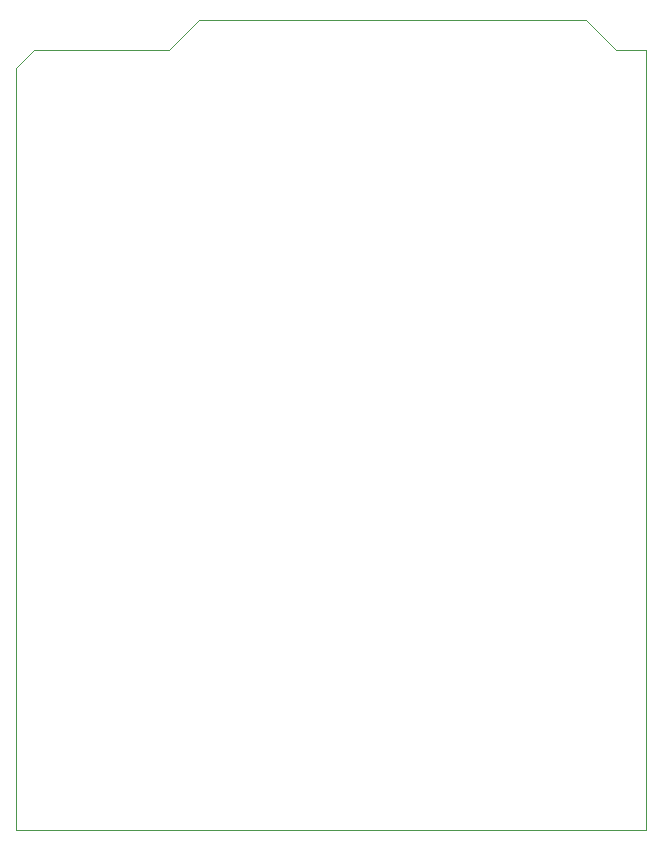
<source format=gko>
%FSTAX24Y24*%
%MOIN*%
%SFA1B1*%

%IPPOS*%
%ADD59C,0.000000*%
%LNklogshield-1*%
%LPD*%
G54D59*
X0177Y0116D02*
X0387D01*
X0177D02*
Y037D01*
X0183Y0376*
X0228*
X0238Y0386*
X0367*
X0377Y0376*
X0387*
Y0116D02*
Y0376D01*
M02*
</source>
